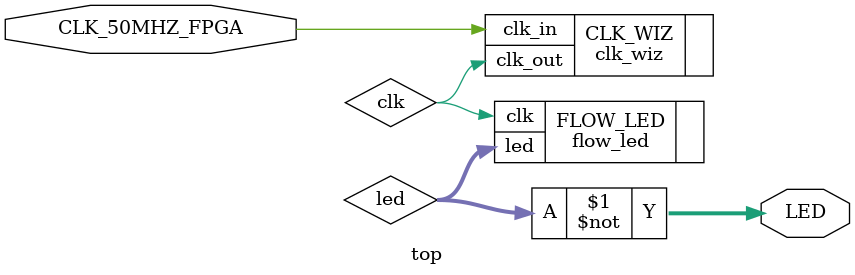
<source format=sv>
module top #(
    parameter LED_NUM = 4
) (
    input CLK_50MHZ_FPGA,
    output [LED_NUM-1:0] LED
);

    wire clk;
    wire [LED_NUM-1:0] led;

    clk_wiz CLK_WIZ (.clk_in(CLK_50MHZ_FPGA), .clk_out(clk));

    flow_led #(LED_NUM) FLOW_LED (.clk(clk), .led(led));

    assign LED = ~led;

endmodule

</source>
